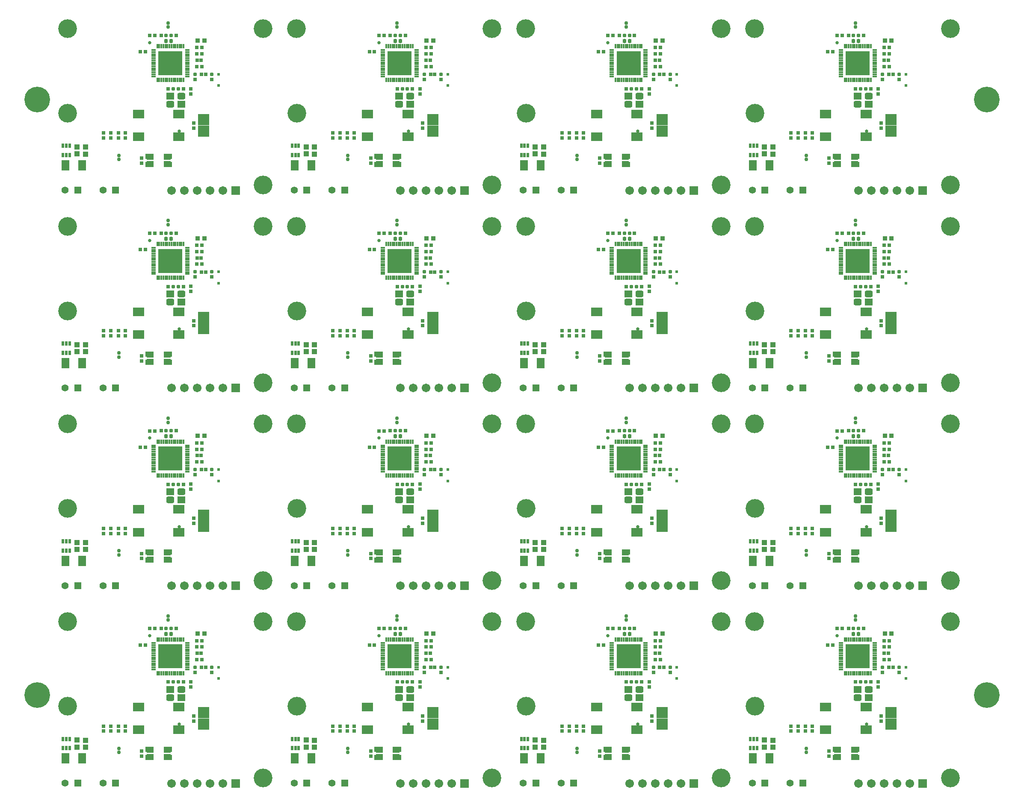
<source format=gts>
G04*
G04 #@! TF.GenerationSoftware,Altium Limited,Altium Designer,20.2.6 (244)*
G04*
G04 Layer_Color=8388736*
%FSLAX44Y44*%
%MOMM*%
G71*
G04*
G04 #@! TF.SameCoordinates,9645A69E-1417-4B4D-8682-0EA00A473316*
G04*
G04*
G04 #@! TF.FilePolarity,Negative*
G04*
G01*
G75*
%ADD61C,5.0800*%
%ADD62R,1.3032X1.1032*%
%ADD63R,1.3532X1.2532*%
%ADD64C,0.6032*%
G04:AMPARAMS|DCode=65|XSize=1.6032mm|YSize=1.3532mm|CornerRadius=0.3891mm|HoleSize=0mm|Usage=FLASHONLY|Rotation=180.000|XOffset=0mm|YOffset=0mm|HoleType=Round|Shape=RoundedRectangle|*
%AMROUNDEDRECTD65*
21,1,1.6032,0.5750,0,0,180.0*
21,1,0.8250,1.3532,0,0,180.0*
1,1,0.7782,-0.4125,0.2875*
1,1,0.7782,0.4125,0.2875*
1,1,0.7782,0.4125,-0.2875*
1,1,0.7782,-0.4125,-0.2875*
%
%ADD65ROUNDEDRECTD65*%
%ADD66R,1.6032X1.3532*%
%ADD67R,0.7032X0.7032*%
G04:AMPARAMS|DCode=68|XSize=0.7332mm|YSize=0.7532mm|CornerRadius=0.2341mm|HoleSize=0mm|Usage=FLASHONLY|Rotation=90.000|XOffset=0mm|YOffset=0mm|HoleType=Round|Shape=RoundedRectangle|*
%AMROUNDEDRECTD68*
21,1,0.7332,0.2850,0,0,90.0*
21,1,0.2650,0.7532,0,0,90.0*
1,1,0.4682,0.1425,0.1325*
1,1,0.4682,0.1425,-0.1325*
1,1,0.4682,-0.1425,-0.1325*
1,1,0.4682,-0.1425,0.1325*
%
%ADD68ROUNDEDRECTD68*%
%ADD69R,0.7032X0.7032*%
G04:AMPARAMS|DCode=70|XSize=0.7032mm|YSize=0.7032mm|CornerRadius=0.2266mm|HoleSize=0mm|Usage=FLASHONLY|Rotation=270.000|XOffset=0mm|YOffset=0mm|HoleType=Round|Shape=RoundedRectangle|*
%AMROUNDEDRECTD70*
21,1,0.7032,0.2500,0,0,270.0*
21,1,0.2500,0.7032,0,0,270.0*
1,1,0.4532,-0.1250,-0.1250*
1,1,0.4532,-0.1250,0.1250*
1,1,0.4532,0.1250,0.1250*
1,1,0.4532,0.1250,-0.1250*
%
%ADD70ROUNDEDRECTD70*%
%ADD71R,0.7532X0.7332*%
G04:AMPARAMS|DCode=72|XSize=0.7032mm|YSize=0.7032mm|CornerRadius=0.2266mm|HoleSize=0mm|Usage=FLASHONLY|Rotation=180.000|XOffset=0mm|YOffset=0mm|HoleType=Round|Shape=RoundedRectangle|*
%AMROUNDEDRECTD72*
21,1,0.7032,0.2500,0,0,180.0*
21,1,0.2500,0.7032,0,0,180.0*
1,1,0.4532,-0.1250,0.1250*
1,1,0.4532,0.1250,0.1250*
1,1,0.4532,0.1250,-0.1250*
1,1,0.4532,-0.1250,-0.1250*
%
%ADD72ROUNDEDRECTD72*%
G04:AMPARAMS|DCode=73|XSize=0.7032mm|YSize=0.8032mm|CornerRadius=0.2266mm|HoleSize=0mm|Usage=FLASHONLY|Rotation=180.000|XOffset=0mm|YOffset=0mm|HoleType=Round|Shape=RoundedRectangle|*
%AMROUNDEDRECTD73*
21,1,0.7032,0.3500,0,0,180.0*
21,1,0.2500,0.8032,0,0,180.0*
1,1,0.4532,-0.1250,0.1750*
1,1,0.4532,0.1250,0.1750*
1,1,0.4532,0.1250,-0.1750*
1,1,0.4532,-0.1250,-0.1750*
%
%ADD73ROUNDEDRECTD73*%
%ADD74R,0.7032X0.8032*%
%ADD75R,0.8032X0.7032*%
%ADD76R,0.4532X0.9032*%
%ADD77R,0.9032X0.4532*%
%ADD78R,4.8032X4.8032*%
%ADD79R,0.9652X0.9652*%
%ADD80R,2.2032X2.2032*%
%ADD81R,2.2032X1.7032*%
%ADD82R,0.5032X0.8632*%
%ADD83R,1.6032X2.1032*%
%ADD84R,1.1032X1.0132*%
%ADD85C,0.7532*%
%ADD86C,1.4032*%
%ADD87R,1.4032X1.4032*%
%ADD88C,1.7032*%
%ADD89R,1.7032X1.7032*%
%ADD90C,3.7032*%
%ADD91C,0.6602*%
D61*
X30000Y1380000D02*
D03*
Y200000D02*
D03*
X1910000D02*
D03*
Y1380000D02*
D03*
D62*
X290810Y75819D02*
D03*
X249810D02*
D03*
X290810Y91819D02*
D03*
X249810D02*
D03*
X744310Y75819D02*
D03*
X703310D02*
D03*
X744310Y91819D02*
D03*
X703310D02*
D03*
X1197810Y75819D02*
D03*
X1156810D02*
D03*
X1197810Y91819D02*
D03*
X1156810D02*
D03*
X1651310Y75819D02*
D03*
X1610310D02*
D03*
X1651310Y91819D02*
D03*
X1610310D02*
D03*
X290810Y467619D02*
D03*
X249810D02*
D03*
X290810Y483619D02*
D03*
X249810D02*
D03*
X744310Y467619D02*
D03*
X703310D02*
D03*
X744310Y483619D02*
D03*
X703310D02*
D03*
X1197810Y467619D02*
D03*
X1156810D02*
D03*
X1197810Y483619D02*
D03*
X1156810D02*
D03*
X1651310Y467619D02*
D03*
X1610310D02*
D03*
X1651310Y483619D02*
D03*
X1610310D02*
D03*
X290810Y859419D02*
D03*
X249810D02*
D03*
X290810Y875419D02*
D03*
X249810D02*
D03*
X744310Y859419D02*
D03*
X703310D02*
D03*
X744310Y875419D02*
D03*
X703310D02*
D03*
X1197810Y859419D02*
D03*
X1156810D02*
D03*
X1197810Y875419D02*
D03*
X1156810D02*
D03*
X1651310Y859419D02*
D03*
X1610310D02*
D03*
X1651310Y875419D02*
D03*
X1610310D02*
D03*
X290810Y1251219D02*
D03*
X249810D02*
D03*
X290810Y1267219D02*
D03*
X249810D02*
D03*
X744310Y1251219D02*
D03*
X703310D02*
D03*
X744310Y1267219D02*
D03*
X703310D02*
D03*
X1197810Y1251219D02*
D03*
X1156810D02*
D03*
X1197810Y1267219D02*
D03*
X1156810D02*
D03*
X1651310Y1251219D02*
D03*
X1610310D02*
D03*
X1651310Y1267219D02*
D03*
X1610310D02*
D03*
D63*
X287060Y76570D02*
D03*
X253560D02*
D03*
Y91070D02*
D03*
X287060D02*
D03*
X740560Y76570D02*
D03*
X707060D02*
D03*
Y91070D02*
D03*
X740560D02*
D03*
X1194060Y76570D02*
D03*
X1160560D02*
D03*
Y91070D02*
D03*
X1194060D02*
D03*
X1647560Y76570D02*
D03*
X1614060D02*
D03*
Y91070D02*
D03*
X1647560D02*
D03*
X287060Y468370D02*
D03*
X253560D02*
D03*
Y482870D02*
D03*
X287060D02*
D03*
X740560Y468370D02*
D03*
X707060D02*
D03*
Y482870D02*
D03*
X740560D02*
D03*
X1194060Y468370D02*
D03*
X1160560D02*
D03*
Y482870D02*
D03*
X1194060D02*
D03*
X1647560Y468370D02*
D03*
X1614060D02*
D03*
Y482870D02*
D03*
X1647560D02*
D03*
X287060Y860170D02*
D03*
X253560D02*
D03*
Y874670D02*
D03*
X287060D02*
D03*
X740560Y860170D02*
D03*
X707060D02*
D03*
Y874670D02*
D03*
X740560D02*
D03*
X1194060Y860170D02*
D03*
X1160560D02*
D03*
Y874670D02*
D03*
X1194060D02*
D03*
X1647560Y860170D02*
D03*
X1614060D02*
D03*
Y874670D02*
D03*
X1647560D02*
D03*
X287060Y1251970D02*
D03*
X253560D02*
D03*
Y1266470D02*
D03*
X287060D02*
D03*
X740560Y1251970D02*
D03*
X707060D02*
D03*
Y1266470D02*
D03*
X740560D02*
D03*
X1194060Y1251970D02*
D03*
X1160560D02*
D03*
Y1266470D02*
D03*
X1194060D02*
D03*
X1647560Y1251970D02*
D03*
X1614060D02*
D03*
Y1266470D02*
D03*
X1647560D02*
D03*
D64*
X389000Y232383D02*
D03*
Y254750D02*
D03*
X842500Y232383D02*
D03*
Y254750D02*
D03*
X1296000Y232383D02*
D03*
Y254750D02*
D03*
X1749500Y232383D02*
D03*
Y254750D02*
D03*
X389000Y624183D02*
D03*
Y646550D02*
D03*
X842500Y624183D02*
D03*
Y646550D02*
D03*
X1296000Y624183D02*
D03*
Y646550D02*
D03*
X1749500Y624183D02*
D03*
Y646550D02*
D03*
X389000Y1015983D02*
D03*
Y1038350D02*
D03*
X842500Y1015983D02*
D03*
Y1038350D02*
D03*
X1296000Y1015983D02*
D03*
Y1038350D02*
D03*
X1749500Y1015983D02*
D03*
Y1038350D02*
D03*
X389000Y1407783D02*
D03*
Y1430150D02*
D03*
X842500Y1407783D02*
D03*
Y1430150D02*
D03*
X1296000Y1407783D02*
D03*
Y1430150D02*
D03*
X1749500Y1407783D02*
D03*
Y1430150D02*
D03*
D65*
X315000Y211000D02*
D03*
X293000Y195000D02*
D03*
X768500Y211000D02*
D03*
X746500Y195000D02*
D03*
X1222000Y211000D02*
D03*
X1200000Y195000D02*
D03*
X1675500Y211000D02*
D03*
X1653500Y195000D02*
D03*
X315000Y602800D02*
D03*
X293000Y586800D02*
D03*
X768500Y602800D02*
D03*
X746500Y586800D02*
D03*
X1222000Y602800D02*
D03*
X1200000Y586800D02*
D03*
X1675500Y602800D02*
D03*
X1653500Y586800D02*
D03*
X315000Y994600D02*
D03*
X293000Y978600D02*
D03*
X768500Y994600D02*
D03*
X746500Y978600D02*
D03*
X1222000Y994600D02*
D03*
X1200000Y978600D02*
D03*
X1675500Y994600D02*
D03*
X1653500Y978600D02*
D03*
X315000Y1386400D02*
D03*
X293000Y1370400D02*
D03*
X768500Y1386400D02*
D03*
X746500Y1370400D02*
D03*
X1222000Y1386400D02*
D03*
X1200000Y1370400D02*
D03*
X1675500Y1386400D02*
D03*
X1653500Y1370400D02*
D03*
D66*
X293000Y211000D02*
D03*
X315000Y195000D02*
D03*
X746500Y211000D02*
D03*
X768500Y195000D02*
D03*
X1200000Y211000D02*
D03*
X1222000Y195000D02*
D03*
X1653500Y211000D02*
D03*
X1675500Y195000D02*
D03*
X293000Y602800D02*
D03*
X315000Y586800D02*
D03*
X746500Y602800D02*
D03*
X768500Y586800D02*
D03*
X1200000Y602800D02*
D03*
X1222000Y586800D02*
D03*
X1653500Y602800D02*
D03*
X1675500Y586800D02*
D03*
X293000Y994600D02*
D03*
X315000Y978600D02*
D03*
X746500Y994600D02*
D03*
X768500Y978600D02*
D03*
X1200000Y994600D02*
D03*
X1222000Y978600D02*
D03*
X1653500Y994600D02*
D03*
X1675500Y978600D02*
D03*
X293000Y1386400D02*
D03*
X315000Y1370400D02*
D03*
X746500Y1386400D02*
D03*
X768500Y1370400D02*
D03*
X1200000Y1386400D02*
D03*
X1222000Y1370400D02*
D03*
X1653500Y1386400D02*
D03*
X1675500Y1370400D02*
D03*
D67*
X346189Y295084D02*
D03*
X356189D02*
D03*
X346189Y270192D02*
D03*
X356189D02*
D03*
X275250Y331750D02*
D03*
X305250Y331750D02*
D03*
X244000Y299000D02*
D03*
X234000D02*
D03*
X356189Y307530D02*
D03*
X346189D02*
D03*
X319250Y225750D02*
D03*
X289250Y225750D02*
D03*
X799689Y295084D02*
D03*
X809689D02*
D03*
X799689Y270192D02*
D03*
X809689D02*
D03*
X728750Y331750D02*
D03*
X758750Y331750D02*
D03*
X697500Y299000D02*
D03*
X687500D02*
D03*
X809689Y307530D02*
D03*
X799689D02*
D03*
X772750Y225750D02*
D03*
X742750Y225750D02*
D03*
X1253189Y295084D02*
D03*
X1263189D02*
D03*
X1253189Y270192D02*
D03*
X1263189D02*
D03*
X1182250Y331750D02*
D03*
X1212250Y331750D02*
D03*
X1151000Y299000D02*
D03*
X1141000D02*
D03*
X1263189Y307530D02*
D03*
X1253189D02*
D03*
X1226250Y225750D02*
D03*
X1196250Y225750D02*
D03*
X1706689Y295084D02*
D03*
X1716689D02*
D03*
X1706689Y270192D02*
D03*
X1716689D02*
D03*
X1635750Y331750D02*
D03*
X1665750Y331750D02*
D03*
X1604500Y299000D02*
D03*
X1594500D02*
D03*
X1716689Y307530D02*
D03*
X1706689D02*
D03*
X1679750Y225750D02*
D03*
X1649750Y225750D02*
D03*
X346189Y686884D02*
D03*
X356189D02*
D03*
X346189Y661992D02*
D03*
X356189D02*
D03*
X275250Y723550D02*
D03*
X305250Y723550D02*
D03*
X244000Y690800D02*
D03*
X234000D02*
D03*
X356189Y699330D02*
D03*
X346189D02*
D03*
X319250Y617550D02*
D03*
X289250Y617550D02*
D03*
X799689Y686884D02*
D03*
X809689D02*
D03*
X799689Y661992D02*
D03*
X809689D02*
D03*
X728750Y723550D02*
D03*
X758750Y723550D02*
D03*
X697500Y690800D02*
D03*
X687500D02*
D03*
X809689Y699330D02*
D03*
X799689D02*
D03*
X772750Y617550D02*
D03*
X742750Y617550D02*
D03*
X1253189Y686884D02*
D03*
X1263189D02*
D03*
X1253189Y661992D02*
D03*
X1263189D02*
D03*
X1182250Y723550D02*
D03*
X1212250Y723550D02*
D03*
X1151000Y690800D02*
D03*
X1141000D02*
D03*
X1263189Y699330D02*
D03*
X1253189D02*
D03*
X1226250Y617550D02*
D03*
X1196250Y617550D02*
D03*
X1706689Y686884D02*
D03*
X1716689D02*
D03*
X1706689Y661992D02*
D03*
X1716689D02*
D03*
X1635750Y723550D02*
D03*
X1665750Y723550D02*
D03*
X1604500Y690800D02*
D03*
X1594500D02*
D03*
X1716689Y699330D02*
D03*
X1706689D02*
D03*
X1679750Y617550D02*
D03*
X1649750Y617550D02*
D03*
X346189Y1078684D02*
D03*
X356189D02*
D03*
X346189Y1053792D02*
D03*
X356189D02*
D03*
X275250Y1115350D02*
D03*
X305250Y1115350D02*
D03*
X244000Y1082600D02*
D03*
X234000D02*
D03*
X356189Y1091130D02*
D03*
X346189D02*
D03*
X319250Y1009350D02*
D03*
X289250Y1009350D02*
D03*
X799689Y1078684D02*
D03*
X809689D02*
D03*
X799689Y1053792D02*
D03*
X809689D02*
D03*
X728750Y1115350D02*
D03*
X758750Y1115350D02*
D03*
X697500Y1082600D02*
D03*
X687500D02*
D03*
X809689Y1091130D02*
D03*
X799689D02*
D03*
X772750Y1009350D02*
D03*
X742750Y1009350D02*
D03*
X1253189Y1078684D02*
D03*
X1263189D02*
D03*
X1253189Y1053792D02*
D03*
X1263189D02*
D03*
X1182250Y1115350D02*
D03*
X1212250Y1115350D02*
D03*
X1151000Y1082600D02*
D03*
X1141000D02*
D03*
X1263189Y1091130D02*
D03*
X1253189D02*
D03*
X1226250Y1009350D02*
D03*
X1196250Y1009350D02*
D03*
X1706689Y1078684D02*
D03*
X1716689D02*
D03*
X1706689Y1053792D02*
D03*
X1716689D02*
D03*
X1635750Y1115350D02*
D03*
X1665750Y1115350D02*
D03*
X1604500Y1082600D02*
D03*
X1594500D02*
D03*
X1716689Y1091130D02*
D03*
X1706689D02*
D03*
X1679750Y1009350D02*
D03*
X1649750Y1009350D02*
D03*
X346189Y1470484D02*
D03*
X356189D02*
D03*
X346189Y1445592D02*
D03*
X356189D02*
D03*
X275250Y1507150D02*
D03*
X305250Y1507150D02*
D03*
X244000Y1474400D02*
D03*
X234000D02*
D03*
X356189Y1482930D02*
D03*
X346189D02*
D03*
X319250Y1401150D02*
D03*
X289250Y1401150D02*
D03*
X799689Y1470484D02*
D03*
X809689D02*
D03*
X799689Y1445592D02*
D03*
X809689D02*
D03*
X728750Y1507150D02*
D03*
X758750Y1507150D02*
D03*
X697500Y1474400D02*
D03*
X687500D02*
D03*
X809689Y1482930D02*
D03*
X799689D02*
D03*
X772750Y1401150D02*
D03*
X742750Y1401150D02*
D03*
X1253189Y1470484D02*
D03*
X1263189D02*
D03*
X1253189Y1445592D02*
D03*
X1263189D02*
D03*
X1182250Y1507150D02*
D03*
X1212250Y1507150D02*
D03*
X1151000Y1474400D02*
D03*
X1141000D02*
D03*
X1263189Y1482930D02*
D03*
X1253189D02*
D03*
X1226250Y1401150D02*
D03*
X1196250Y1401150D02*
D03*
X1706689Y1470484D02*
D03*
X1716689D02*
D03*
X1706689Y1445592D02*
D03*
X1716689D02*
D03*
X1635750Y1507150D02*
D03*
X1665750Y1507150D02*
D03*
X1604500Y1474400D02*
D03*
X1594500D02*
D03*
X1716689Y1482930D02*
D03*
X1706689D02*
D03*
X1679750Y1401150D02*
D03*
X1649750Y1401150D02*
D03*
D68*
X363440Y254748D02*
D03*
X355060D02*
D03*
X816940D02*
D03*
X808560D02*
D03*
X1270440D02*
D03*
X1262060D02*
D03*
X1723940D02*
D03*
X1715560D02*
D03*
X363440Y646548D02*
D03*
X355060D02*
D03*
X816940D02*
D03*
X808560D02*
D03*
X1270440D02*
D03*
X1262060D02*
D03*
X1723940D02*
D03*
X1715560D02*
D03*
X363440Y1038348D02*
D03*
X355060D02*
D03*
X816940D02*
D03*
X808560D02*
D03*
X1270440D02*
D03*
X1262060D02*
D03*
X1723940D02*
D03*
X1715560D02*
D03*
X363440Y1430148D02*
D03*
X355060D02*
D03*
X816940D02*
D03*
X808560D02*
D03*
X1270440D02*
D03*
X1262060D02*
D03*
X1723940D02*
D03*
X1715560D02*
D03*
D69*
X342750Y244750D02*
D03*
X375750D02*
D03*
X334258Y215992D02*
D03*
Y225992D02*
D03*
X204018Y128249D02*
D03*
Y138249D02*
D03*
X339654Y148162D02*
D03*
Y158162D02*
D03*
X796250Y244750D02*
D03*
X829250D02*
D03*
X787758Y215992D02*
D03*
Y225992D02*
D03*
X657518Y128249D02*
D03*
Y138249D02*
D03*
X793154Y148162D02*
D03*
Y158162D02*
D03*
X1249750Y244750D02*
D03*
X1282750D02*
D03*
X1241258Y215992D02*
D03*
Y225992D02*
D03*
X1111018Y128249D02*
D03*
Y138249D02*
D03*
X1246654Y148162D02*
D03*
Y158162D02*
D03*
X1703250Y244750D02*
D03*
X1736250D02*
D03*
X1694758Y215992D02*
D03*
Y225992D02*
D03*
X1564518Y128249D02*
D03*
Y138249D02*
D03*
X1700154Y148162D02*
D03*
Y158162D02*
D03*
X342750Y636550D02*
D03*
X375750D02*
D03*
X334258Y607792D02*
D03*
Y617792D02*
D03*
X204018Y520049D02*
D03*
Y530049D02*
D03*
X339654Y539962D02*
D03*
Y549962D02*
D03*
X796250Y636550D02*
D03*
X829250D02*
D03*
X787758Y607792D02*
D03*
Y617792D02*
D03*
X657518Y520049D02*
D03*
Y530049D02*
D03*
X793154Y539962D02*
D03*
Y549962D02*
D03*
X1249750Y636550D02*
D03*
X1282750D02*
D03*
X1241258Y607792D02*
D03*
Y617792D02*
D03*
X1111018Y520049D02*
D03*
Y530049D02*
D03*
X1246654Y539962D02*
D03*
Y549962D02*
D03*
X1703250Y636550D02*
D03*
X1736250D02*
D03*
X1694758Y607792D02*
D03*
Y617792D02*
D03*
X1564518Y520049D02*
D03*
Y530049D02*
D03*
X1700154Y539962D02*
D03*
Y549962D02*
D03*
X342750Y1028350D02*
D03*
X375750D02*
D03*
X334258Y999592D02*
D03*
Y1009592D02*
D03*
X204018Y911849D02*
D03*
Y921849D02*
D03*
X339654Y931762D02*
D03*
Y941762D02*
D03*
X796250Y1028350D02*
D03*
X829250D02*
D03*
X787758Y999592D02*
D03*
Y1009592D02*
D03*
X657518Y911849D02*
D03*
Y921849D02*
D03*
X793154Y931762D02*
D03*
Y941762D02*
D03*
X1249750Y1028350D02*
D03*
X1282750D02*
D03*
X1241258Y999592D02*
D03*
Y1009592D02*
D03*
X1111018Y911849D02*
D03*
Y921849D02*
D03*
X1246654Y931762D02*
D03*
Y941762D02*
D03*
X1703250Y1028350D02*
D03*
X1736250D02*
D03*
X1694758Y999592D02*
D03*
Y1009592D02*
D03*
X1564518Y911849D02*
D03*
Y921849D02*
D03*
X1700154Y931762D02*
D03*
Y941762D02*
D03*
X342750Y1420150D02*
D03*
X375750D02*
D03*
X334258Y1391392D02*
D03*
Y1401392D02*
D03*
X204018Y1303649D02*
D03*
Y1313649D02*
D03*
X339654Y1323562D02*
D03*
Y1333562D02*
D03*
X796250Y1420150D02*
D03*
X829250D02*
D03*
X787758Y1391392D02*
D03*
Y1401392D02*
D03*
X657518Y1303649D02*
D03*
Y1313649D02*
D03*
X793154Y1323562D02*
D03*
Y1333562D02*
D03*
X1249750Y1420150D02*
D03*
X1282750D02*
D03*
X1241258Y1391392D02*
D03*
Y1401392D02*
D03*
X1111018Y1303649D02*
D03*
Y1313649D02*
D03*
X1246654Y1323562D02*
D03*
Y1333562D02*
D03*
X1703250Y1420150D02*
D03*
X1736250D02*
D03*
X1694758Y1391392D02*
D03*
Y1401392D02*
D03*
X1564518Y1303649D02*
D03*
Y1313649D02*
D03*
X1700154Y1323562D02*
D03*
Y1333562D02*
D03*
D70*
X342750Y254750D02*
D03*
X375750D02*
D03*
X796250D02*
D03*
X829250D02*
D03*
X1249750D02*
D03*
X1282750D02*
D03*
X1703250D02*
D03*
X1736250D02*
D03*
X342750Y646550D02*
D03*
X375750D02*
D03*
X796250D02*
D03*
X829250D02*
D03*
X1249750D02*
D03*
X1282750D02*
D03*
X1703250D02*
D03*
X1736250D02*
D03*
X342750Y1038350D02*
D03*
X375750D02*
D03*
X796250D02*
D03*
X829250D02*
D03*
X1249750D02*
D03*
X1282750D02*
D03*
X1703250D02*
D03*
X1736250D02*
D03*
X342750Y1430150D02*
D03*
X375750D02*
D03*
X796250D02*
D03*
X829250D02*
D03*
X1249750D02*
D03*
X1282750D02*
D03*
X1703250D02*
D03*
X1736250D02*
D03*
D71*
X354629Y282638D02*
D03*
X346249D02*
D03*
X808129D02*
D03*
X799749D02*
D03*
X1261629D02*
D03*
X1253249D02*
D03*
X1715129D02*
D03*
X1706749D02*
D03*
X354629Y674438D02*
D03*
X346249D02*
D03*
X808129D02*
D03*
X799749D02*
D03*
X1261629D02*
D03*
X1253249D02*
D03*
X1715129D02*
D03*
X1706749D02*
D03*
X354629Y1066238D02*
D03*
X346249D02*
D03*
X808129D02*
D03*
X799749D02*
D03*
X1261629D02*
D03*
X1253249D02*
D03*
X1715129D02*
D03*
X1706749D02*
D03*
X354629Y1458038D02*
D03*
X346249D02*
D03*
X808129D02*
D03*
X799749D02*
D03*
X1261629D02*
D03*
X1253249D02*
D03*
X1715129D02*
D03*
X1706749D02*
D03*
D72*
X285250Y331750D02*
D03*
X295250Y331750D02*
D03*
X309250Y225750D02*
D03*
X299250Y225750D02*
D03*
X738750Y331750D02*
D03*
X748750Y331750D02*
D03*
X762750Y225750D02*
D03*
X752750Y225750D02*
D03*
X1192250Y331750D02*
D03*
X1202250Y331750D02*
D03*
X1216250Y225750D02*
D03*
X1206250Y225750D02*
D03*
X1645750Y331750D02*
D03*
X1655750Y331750D02*
D03*
X1669750Y225750D02*
D03*
X1659750Y225750D02*
D03*
X285250Y723550D02*
D03*
X295250Y723550D02*
D03*
X309250Y617550D02*
D03*
X299250Y617550D02*
D03*
X738750Y723550D02*
D03*
X748750Y723550D02*
D03*
X762750Y617550D02*
D03*
X752750Y617550D02*
D03*
X1192250Y723550D02*
D03*
X1202250Y723550D02*
D03*
X1216250Y617550D02*
D03*
X1206250Y617550D02*
D03*
X1645750Y723550D02*
D03*
X1655750Y723550D02*
D03*
X1669750Y617550D02*
D03*
X1659750Y617550D02*
D03*
X285250Y1115350D02*
D03*
X295250Y1115350D02*
D03*
X309250Y1009350D02*
D03*
X299250Y1009350D02*
D03*
X738750Y1115350D02*
D03*
X748750Y1115350D02*
D03*
X762750Y1009350D02*
D03*
X752750Y1009350D02*
D03*
X1192250Y1115350D02*
D03*
X1202250Y1115350D02*
D03*
X1216250Y1009350D02*
D03*
X1206250Y1009350D02*
D03*
X1645750Y1115350D02*
D03*
X1655750Y1115350D02*
D03*
X1669750Y1009350D02*
D03*
X1659750Y1009350D02*
D03*
X285250Y1507150D02*
D03*
X295250Y1507150D02*
D03*
X309250Y1401150D02*
D03*
X299250Y1401150D02*
D03*
X738750Y1507150D02*
D03*
X748750Y1507150D02*
D03*
X762750Y1401150D02*
D03*
X752750Y1401150D02*
D03*
X1192250Y1507150D02*
D03*
X1202250Y1507150D02*
D03*
X1216250Y1401150D02*
D03*
X1206250Y1401150D02*
D03*
X1645750Y1507150D02*
D03*
X1655750Y1507150D02*
D03*
X1669750Y1401150D02*
D03*
X1659750Y1401150D02*
D03*
D73*
X295250Y320750D02*
D03*
X285250D02*
D03*
X748750D02*
D03*
X738750D02*
D03*
X1202250D02*
D03*
X1192250D02*
D03*
X1655750D02*
D03*
X1645750D02*
D03*
X295250Y712550D02*
D03*
X285250D02*
D03*
X748750D02*
D03*
X738750D02*
D03*
X1202250D02*
D03*
X1192250D02*
D03*
X1655750D02*
D03*
X1645750D02*
D03*
X295250Y1104350D02*
D03*
X285250D02*
D03*
X748750D02*
D03*
X738750D02*
D03*
X1202250D02*
D03*
X1192250D02*
D03*
X1655750D02*
D03*
X1645750D02*
D03*
X295250Y1496150D02*
D03*
X285250D02*
D03*
X748750D02*
D03*
X738750D02*
D03*
X1202250D02*
D03*
X1192250D02*
D03*
X1655750D02*
D03*
X1645750D02*
D03*
D74*
X252750Y331500D02*
D03*
X262750D02*
D03*
X706250D02*
D03*
X716250D02*
D03*
X1159750D02*
D03*
X1169750D02*
D03*
X1613250D02*
D03*
X1623250D02*
D03*
X252750Y723300D02*
D03*
X262750D02*
D03*
X706250D02*
D03*
X716250D02*
D03*
X1159750D02*
D03*
X1169750D02*
D03*
X1613250D02*
D03*
X1623250D02*
D03*
X252750Y1115100D02*
D03*
X262750D02*
D03*
X706250D02*
D03*
X716250D02*
D03*
X1159750D02*
D03*
X1169750D02*
D03*
X1613250D02*
D03*
X1623250D02*
D03*
X252750Y1506900D02*
D03*
X262750D02*
D03*
X706250D02*
D03*
X716250D02*
D03*
X1159750D02*
D03*
X1169750D02*
D03*
X1613250D02*
D03*
X1623250D02*
D03*
D75*
X161500Y128250D02*
D03*
Y138250D02*
D03*
X176006Y128250D02*
D03*
Y138250D02*
D03*
X190511Y138250D02*
D03*
Y128250D02*
D03*
X236750Y78500D02*
D03*
Y88500D02*
D03*
X615000Y128250D02*
D03*
Y138250D02*
D03*
X629506Y128250D02*
D03*
Y138250D02*
D03*
X644011Y138250D02*
D03*
Y128250D02*
D03*
X690250Y78500D02*
D03*
Y88500D02*
D03*
X1068500Y128250D02*
D03*
Y138250D02*
D03*
X1083006Y128250D02*
D03*
Y138250D02*
D03*
X1097511Y138250D02*
D03*
Y128250D02*
D03*
X1143750Y78500D02*
D03*
Y88500D02*
D03*
X1522000Y128250D02*
D03*
Y138250D02*
D03*
X1536506Y128250D02*
D03*
Y138250D02*
D03*
X1551011Y138250D02*
D03*
Y128250D02*
D03*
X1597250Y78500D02*
D03*
Y88500D02*
D03*
X161500Y520050D02*
D03*
Y530050D02*
D03*
X176006Y520050D02*
D03*
Y530050D02*
D03*
X190511Y530050D02*
D03*
Y520050D02*
D03*
X236750Y470300D02*
D03*
Y480300D02*
D03*
X615000Y520050D02*
D03*
Y530050D02*
D03*
X629506Y520050D02*
D03*
Y530050D02*
D03*
X644011Y530050D02*
D03*
Y520050D02*
D03*
X690250Y470300D02*
D03*
Y480300D02*
D03*
X1068500Y520050D02*
D03*
Y530050D02*
D03*
X1083006Y520050D02*
D03*
Y530050D02*
D03*
X1097511Y530050D02*
D03*
Y520050D02*
D03*
X1143750Y470300D02*
D03*
Y480300D02*
D03*
X1522000Y520050D02*
D03*
Y530050D02*
D03*
X1536506Y520050D02*
D03*
Y530050D02*
D03*
X1551011Y530050D02*
D03*
Y520050D02*
D03*
X1597250Y470300D02*
D03*
Y480300D02*
D03*
X161500Y911850D02*
D03*
Y921850D02*
D03*
X176006Y911850D02*
D03*
Y921850D02*
D03*
X190511Y921850D02*
D03*
Y911850D02*
D03*
X236750Y862100D02*
D03*
Y872100D02*
D03*
X615000Y911850D02*
D03*
Y921850D02*
D03*
X629506Y911850D02*
D03*
Y921850D02*
D03*
X644011Y921850D02*
D03*
Y911850D02*
D03*
X690250Y862100D02*
D03*
Y872100D02*
D03*
X1068500Y911850D02*
D03*
Y921850D02*
D03*
X1083006Y911850D02*
D03*
Y921850D02*
D03*
X1097511Y921850D02*
D03*
Y911850D02*
D03*
X1143750Y862100D02*
D03*
Y872100D02*
D03*
X1522000Y911850D02*
D03*
Y921850D02*
D03*
X1536506Y911850D02*
D03*
Y921850D02*
D03*
X1551011Y921850D02*
D03*
Y911850D02*
D03*
X1597250Y862100D02*
D03*
Y872100D02*
D03*
X161500Y1303650D02*
D03*
Y1313650D02*
D03*
X176006Y1303650D02*
D03*
Y1313650D02*
D03*
X190511Y1313650D02*
D03*
Y1303650D02*
D03*
X236750Y1253900D02*
D03*
Y1263900D02*
D03*
X615000Y1303650D02*
D03*
Y1313650D02*
D03*
X629506Y1303650D02*
D03*
Y1313650D02*
D03*
X644011Y1313650D02*
D03*
Y1303650D02*
D03*
X690250Y1253900D02*
D03*
Y1263900D02*
D03*
X1068500Y1303650D02*
D03*
Y1313650D02*
D03*
X1083006Y1303650D02*
D03*
Y1313650D02*
D03*
X1097511Y1313650D02*
D03*
Y1303650D02*
D03*
X1143750Y1253900D02*
D03*
Y1263900D02*
D03*
X1522000Y1303650D02*
D03*
Y1313650D02*
D03*
X1536506Y1303650D02*
D03*
Y1313650D02*
D03*
X1551011Y1313650D02*
D03*
Y1303650D02*
D03*
X1597250Y1253900D02*
D03*
Y1263900D02*
D03*
D76*
X319680Y243106D02*
D03*
X315680D02*
D03*
X311680D02*
D03*
X307680D02*
D03*
X303680D02*
D03*
X299680D02*
D03*
X295680D02*
D03*
X291680D02*
D03*
X287680D02*
D03*
X283680D02*
D03*
X279680D02*
D03*
X275680D02*
D03*
X271680D02*
D03*
X267680D02*
D03*
Y310106D02*
D03*
X271680D02*
D03*
X275680D02*
D03*
X279680D02*
D03*
X283680D02*
D03*
X287680D02*
D03*
X291680D02*
D03*
X295680D02*
D03*
X299680D02*
D03*
X303680D02*
D03*
X307680D02*
D03*
X311680D02*
D03*
X315680D02*
D03*
X319680D02*
D03*
X773180Y243106D02*
D03*
X769180D02*
D03*
X765180D02*
D03*
X761180D02*
D03*
X757180D02*
D03*
X753180D02*
D03*
X749180D02*
D03*
X745180D02*
D03*
X741180D02*
D03*
X737180D02*
D03*
X733180D02*
D03*
X729180D02*
D03*
X725180D02*
D03*
X721180D02*
D03*
Y310106D02*
D03*
X725180D02*
D03*
X729180D02*
D03*
X733180D02*
D03*
X737180D02*
D03*
X741180D02*
D03*
X745180D02*
D03*
X749180D02*
D03*
X753180D02*
D03*
X757180D02*
D03*
X761180D02*
D03*
X765180D02*
D03*
X769180D02*
D03*
X773180D02*
D03*
X1226680Y243106D02*
D03*
X1222680D02*
D03*
X1218680D02*
D03*
X1214680D02*
D03*
X1210680D02*
D03*
X1206680D02*
D03*
X1202680D02*
D03*
X1198680D02*
D03*
X1194680D02*
D03*
X1190680D02*
D03*
X1186680D02*
D03*
X1182680D02*
D03*
X1178680D02*
D03*
X1174680D02*
D03*
Y310106D02*
D03*
X1178680D02*
D03*
X1182680D02*
D03*
X1186680D02*
D03*
X1190680D02*
D03*
X1194680D02*
D03*
X1198680D02*
D03*
X1202680D02*
D03*
X1206680D02*
D03*
X1210680D02*
D03*
X1214680D02*
D03*
X1218680D02*
D03*
X1222680D02*
D03*
X1226680D02*
D03*
X1680180Y243106D02*
D03*
X1676180D02*
D03*
X1672180D02*
D03*
X1668180D02*
D03*
X1664180D02*
D03*
X1660180D02*
D03*
X1656180D02*
D03*
X1652180D02*
D03*
X1648180D02*
D03*
X1644180D02*
D03*
X1640180D02*
D03*
X1636180D02*
D03*
X1632180D02*
D03*
X1628180D02*
D03*
Y310106D02*
D03*
X1632180D02*
D03*
X1636180D02*
D03*
X1640180D02*
D03*
X1644180D02*
D03*
X1648180D02*
D03*
X1652180D02*
D03*
X1656180D02*
D03*
X1660180D02*
D03*
X1664180D02*
D03*
X1668180D02*
D03*
X1672180D02*
D03*
X1676180D02*
D03*
X1680180D02*
D03*
X319680Y634906D02*
D03*
X315680D02*
D03*
X311680D02*
D03*
X307680D02*
D03*
X303680D02*
D03*
X299680D02*
D03*
X295680D02*
D03*
X291680D02*
D03*
X287680D02*
D03*
X283680D02*
D03*
X279680D02*
D03*
X275680D02*
D03*
X271680D02*
D03*
X267680D02*
D03*
Y701906D02*
D03*
X271680D02*
D03*
X275680D02*
D03*
X279680D02*
D03*
X283680D02*
D03*
X287680D02*
D03*
X291680D02*
D03*
X295680D02*
D03*
X299680D02*
D03*
X303680D02*
D03*
X307680D02*
D03*
X311680D02*
D03*
X315680D02*
D03*
X319680D02*
D03*
X773180Y634906D02*
D03*
X769180D02*
D03*
X765180D02*
D03*
X761180D02*
D03*
X757180D02*
D03*
X753180D02*
D03*
X749180D02*
D03*
X745180D02*
D03*
X741180D02*
D03*
X737180D02*
D03*
X733180D02*
D03*
X729180D02*
D03*
X725180D02*
D03*
X721180D02*
D03*
Y701906D02*
D03*
X725180D02*
D03*
X729180D02*
D03*
X733180D02*
D03*
X737180D02*
D03*
X741180D02*
D03*
X745180D02*
D03*
X749180D02*
D03*
X753180D02*
D03*
X757180D02*
D03*
X761180D02*
D03*
X765180D02*
D03*
X769180D02*
D03*
X773180D02*
D03*
X1226680Y634906D02*
D03*
X1222680D02*
D03*
X1218680D02*
D03*
X1214680D02*
D03*
X1210680D02*
D03*
X1206680D02*
D03*
X1202680D02*
D03*
X1198680D02*
D03*
X1194680D02*
D03*
X1190680D02*
D03*
X1186680D02*
D03*
X1182680D02*
D03*
X1178680D02*
D03*
X1174680D02*
D03*
Y701906D02*
D03*
X1178680D02*
D03*
X1182680D02*
D03*
X1186680D02*
D03*
X1190680D02*
D03*
X1194680D02*
D03*
X1198680D02*
D03*
X1202680D02*
D03*
X1206680D02*
D03*
X1210680D02*
D03*
X1214680D02*
D03*
X1218680D02*
D03*
X1222680D02*
D03*
X1226680D02*
D03*
X1680180Y634906D02*
D03*
X1676180D02*
D03*
X1672180D02*
D03*
X1668180D02*
D03*
X1664180D02*
D03*
X1660180D02*
D03*
X1656180D02*
D03*
X1652180D02*
D03*
X1648180D02*
D03*
X1644180D02*
D03*
X1640180D02*
D03*
X1636180D02*
D03*
X1632180D02*
D03*
X1628180D02*
D03*
Y701906D02*
D03*
X1632180D02*
D03*
X1636180D02*
D03*
X1640180D02*
D03*
X1644180D02*
D03*
X1648180D02*
D03*
X1652180D02*
D03*
X1656180D02*
D03*
X1660180D02*
D03*
X1664180D02*
D03*
X1668180D02*
D03*
X1672180D02*
D03*
X1676180D02*
D03*
X1680180D02*
D03*
X319680Y1026706D02*
D03*
X315680D02*
D03*
X311680D02*
D03*
X307680D02*
D03*
X303680D02*
D03*
X299680D02*
D03*
X295680D02*
D03*
X291680D02*
D03*
X287680D02*
D03*
X283680D02*
D03*
X279680D02*
D03*
X275680D02*
D03*
X271680D02*
D03*
X267680D02*
D03*
Y1093706D02*
D03*
X271680D02*
D03*
X275680D02*
D03*
X279680D02*
D03*
X283680D02*
D03*
X287680D02*
D03*
X291680D02*
D03*
X295680D02*
D03*
X299680D02*
D03*
X303680D02*
D03*
X307680D02*
D03*
X311680D02*
D03*
X315680D02*
D03*
X319680D02*
D03*
X773180Y1026706D02*
D03*
X769180D02*
D03*
X765180D02*
D03*
X761180D02*
D03*
X757180D02*
D03*
X753180D02*
D03*
X749180D02*
D03*
X745180D02*
D03*
X741180D02*
D03*
X737180D02*
D03*
X733180D02*
D03*
X729180D02*
D03*
X725180D02*
D03*
X721180D02*
D03*
Y1093706D02*
D03*
X725180D02*
D03*
X729180D02*
D03*
X733180D02*
D03*
X737180D02*
D03*
X741180D02*
D03*
X745180D02*
D03*
X749180D02*
D03*
X753180D02*
D03*
X757180D02*
D03*
X761180D02*
D03*
X765180D02*
D03*
X769180D02*
D03*
X773180D02*
D03*
X1226680Y1026706D02*
D03*
X1222680D02*
D03*
X1218680D02*
D03*
X1214680D02*
D03*
X1210680D02*
D03*
X1206680D02*
D03*
X1202680D02*
D03*
X1198680D02*
D03*
X1194680D02*
D03*
X1190680D02*
D03*
X1186680D02*
D03*
X1182680D02*
D03*
X1178680D02*
D03*
X1174680D02*
D03*
Y1093706D02*
D03*
X1178680D02*
D03*
X1182680D02*
D03*
X1186680D02*
D03*
X1190680D02*
D03*
X1194680D02*
D03*
X1198680D02*
D03*
X1202680D02*
D03*
X1206680D02*
D03*
X1210680D02*
D03*
X1214680D02*
D03*
X1218680D02*
D03*
X1222680D02*
D03*
X1226680D02*
D03*
X1680180Y1026706D02*
D03*
X1676180D02*
D03*
X1672180D02*
D03*
X1668180D02*
D03*
X1664180D02*
D03*
X1660180D02*
D03*
X1656180D02*
D03*
X1652180D02*
D03*
X1648180D02*
D03*
X1644180D02*
D03*
X1640180D02*
D03*
X1636180D02*
D03*
X1632180D02*
D03*
X1628180D02*
D03*
Y1093706D02*
D03*
X1632180D02*
D03*
X1636180D02*
D03*
X1640180D02*
D03*
X1644180D02*
D03*
X1648180D02*
D03*
X1652180D02*
D03*
X1656180D02*
D03*
X1660180D02*
D03*
X1664180D02*
D03*
X1668180D02*
D03*
X1672180D02*
D03*
X1676180D02*
D03*
X1680180D02*
D03*
X319680Y1418506D02*
D03*
X315680D02*
D03*
X311680D02*
D03*
X307680D02*
D03*
X303680D02*
D03*
X299680D02*
D03*
X295680D02*
D03*
X291680D02*
D03*
X287680D02*
D03*
X283680D02*
D03*
X279680D02*
D03*
X275680D02*
D03*
X271680D02*
D03*
X267680D02*
D03*
Y1485506D02*
D03*
X271680D02*
D03*
X275680D02*
D03*
X279680D02*
D03*
X283680D02*
D03*
X287680D02*
D03*
X291680D02*
D03*
X295680D02*
D03*
X299680D02*
D03*
X303680D02*
D03*
X307680D02*
D03*
X311680D02*
D03*
X315680D02*
D03*
X319680D02*
D03*
X773180Y1418506D02*
D03*
X769180D02*
D03*
X765180D02*
D03*
X761180D02*
D03*
X757180D02*
D03*
X753180D02*
D03*
X749180D02*
D03*
X745180D02*
D03*
X741180D02*
D03*
X737180D02*
D03*
X733180D02*
D03*
X729180D02*
D03*
X725180D02*
D03*
X721180D02*
D03*
Y1485506D02*
D03*
X725180D02*
D03*
X729180D02*
D03*
X733180D02*
D03*
X737180D02*
D03*
X741180D02*
D03*
X745180D02*
D03*
X749180D02*
D03*
X753180D02*
D03*
X757180D02*
D03*
X761180D02*
D03*
X765180D02*
D03*
X769180D02*
D03*
X773180D02*
D03*
X1226680Y1418506D02*
D03*
X1222680D02*
D03*
X1218680D02*
D03*
X1214680D02*
D03*
X1210680D02*
D03*
X1206680D02*
D03*
X1202680D02*
D03*
X1198680D02*
D03*
X1194680D02*
D03*
X1190680D02*
D03*
X1186680D02*
D03*
X1182680D02*
D03*
X1178680D02*
D03*
X1174680D02*
D03*
Y1485506D02*
D03*
X1178680D02*
D03*
X1182680D02*
D03*
X1186680D02*
D03*
X1190680D02*
D03*
X1194680D02*
D03*
X1198680D02*
D03*
X1202680D02*
D03*
X1206680D02*
D03*
X1210680D02*
D03*
X1214680D02*
D03*
X1218680D02*
D03*
X1222680D02*
D03*
X1226680D02*
D03*
X1680180Y1418506D02*
D03*
X1676180D02*
D03*
X1672180D02*
D03*
X1668180D02*
D03*
X1664180D02*
D03*
X1660180D02*
D03*
X1656180D02*
D03*
X1652180D02*
D03*
X1648180D02*
D03*
X1644180D02*
D03*
X1640180D02*
D03*
X1636180D02*
D03*
X1632180D02*
D03*
X1628180D02*
D03*
Y1485506D02*
D03*
X1632180D02*
D03*
X1636180D02*
D03*
X1640180D02*
D03*
X1644180D02*
D03*
X1648180D02*
D03*
X1652180D02*
D03*
X1656180D02*
D03*
X1660180D02*
D03*
X1664180D02*
D03*
X1668180D02*
D03*
X1672180D02*
D03*
X1676180D02*
D03*
X1680180D02*
D03*
D77*
X260180Y250606D02*
D03*
Y254606D02*
D03*
Y258606D02*
D03*
Y262606D02*
D03*
Y266606D02*
D03*
Y270606D02*
D03*
Y274606D02*
D03*
Y278606D02*
D03*
Y282606D02*
D03*
Y286606D02*
D03*
Y290606D02*
D03*
Y294606D02*
D03*
Y298606D02*
D03*
Y302606D02*
D03*
X327180D02*
D03*
Y298606D02*
D03*
Y294606D02*
D03*
Y290606D02*
D03*
Y286606D02*
D03*
Y282606D02*
D03*
Y278606D02*
D03*
Y274606D02*
D03*
Y270606D02*
D03*
Y266606D02*
D03*
Y262606D02*
D03*
Y258606D02*
D03*
Y254606D02*
D03*
Y250606D02*
D03*
X713680D02*
D03*
Y254606D02*
D03*
Y258606D02*
D03*
Y262606D02*
D03*
Y266606D02*
D03*
Y270606D02*
D03*
Y274606D02*
D03*
Y278606D02*
D03*
Y282606D02*
D03*
Y286606D02*
D03*
Y290606D02*
D03*
Y294606D02*
D03*
Y298606D02*
D03*
Y302606D02*
D03*
X780680D02*
D03*
Y298606D02*
D03*
Y294606D02*
D03*
Y290606D02*
D03*
Y286606D02*
D03*
Y282606D02*
D03*
Y278606D02*
D03*
Y274606D02*
D03*
Y270606D02*
D03*
Y266606D02*
D03*
Y262606D02*
D03*
Y258606D02*
D03*
Y254606D02*
D03*
Y250606D02*
D03*
X1167180D02*
D03*
Y254606D02*
D03*
Y258606D02*
D03*
Y262606D02*
D03*
Y266606D02*
D03*
Y270606D02*
D03*
Y274606D02*
D03*
Y278606D02*
D03*
Y282606D02*
D03*
Y286606D02*
D03*
Y290606D02*
D03*
Y294606D02*
D03*
Y298606D02*
D03*
Y302606D02*
D03*
X1234180D02*
D03*
Y298606D02*
D03*
Y294606D02*
D03*
Y290606D02*
D03*
Y286606D02*
D03*
Y282606D02*
D03*
Y278606D02*
D03*
Y274606D02*
D03*
Y270606D02*
D03*
Y266606D02*
D03*
Y262606D02*
D03*
Y258606D02*
D03*
Y254606D02*
D03*
Y250606D02*
D03*
X1620680D02*
D03*
Y254606D02*
D03*
Y258606D02*
D03*
Y262606D02*
D03*
Y266606D02*
D03*
Y270606D02*
D03*
Y274606D02*
D03*
Y278606D02*
D03*
Y282606D02*
D03*
Y286606D02*
D03*
Y290606D02*
D03*
Y294606D02*
D03*
Y298606D02*
D03*
Y302606D02*
D03*
X1687680D02*
D03*
Y298606D02*
D03*
Y294606D02*
D03*
Y290606D02*
D03*
Y286606D02*
D03*
Y282606D02*
D03*
Y278606D02*
D03*
Y274606D02*
D03*
Y270606D02*
D03*
Y266606D02*
D03*
Y262606D02*
D03*
Y258606D02*
D03*
Y254606D02*
D03*
Y250606D02*
D03*
X260180Y642406D02*
D03*
Y646406D02*
D03*
Y650406D02*
D03*
Y654406D02*
D03*
Y658406D02*
D03*
Y662406D02*
D03*
Y666406D02*
D03*
Y670406D02*
D03*
Y674406D02*
D03*
Y678406D02*
D03*
Y682406D02*
D03*
Y686406D02*
D03*
Y690406D02*
D03*
Y694406D02*
D03*
X327180D02*
D03*
Y690406D02*
D03*
Y686406D02*
D03*
Y682406D02*
D03*
Y678406D02*
D03*
Y674406D02*
D03*
Y670406D02*
D03*
Y666406D02*
D03*
Y662406D02*
D03*
Y658406D02*
D03*
Y654406D02*
D03*
Y650406D02*
D03*
Y646406D02*
D03*
Y642406D02*
D03*
X713680D02*
D03*
Y646406D02*
D03*
Y650406D02*
D03*
Y654406D02*
D03*
Y658406D02*
D03*
Y662406D02*
D03*
Y666406D02*
D03*
Y670406D02*
D03*
Y674406D02*
D03*
Y678406D02*
D03*
Y682406D02*
D03*
Y686406D02*
D03*
Y690406D02*
D03*
Y694406D02*
D03*
X780680D02*
D03*
Y690406D02*
D03*
Y686406D02*
D03*
Y682406D02*
D03*
Y678406D02*
D03*
Y674406D02*
D03*
Y670406D02*
D03*
Y666406D02*
D03*
Y662406D02*
D03*
Y658406D02*
D03*
Y654406D02*
D03*
Y650406D02*
D03*
Y646406D02*
D03*
Y642406D02*
D03*
X1167180D02*
D03*
Y646406D02*
D03*
Y650406D02*
D03*
Y654406D02*
D03*
Y658406D02*
D03*
Y662406D02*
D03*
Y666406D02*
D03*
Y670406D02*
D03*
Y674406D02*
D03*
Y678406D02*
D03*
Y682406D02*
D03*
Y686406D02*
D03*
Y690406D02*
D03*
Y694406D02*
D03*
X1234180D02*
D03*
Y690406D02*
D03*
Y686406D02*
D03*
Y682406D02*
D03*
Y678406D02*
D03*
Y674406D02*
D03*
Y670406D02*
D03*
Y666406D02*
D03*
Y662406D02*
D03*
Y658406D02*
D03*
Y654406D02*
D03*
Y650406D02*
D03*
Y646406D02*
D03*
Y642406D02*
D03*
X1620680D02*
D03*
Y646406D02*
D03*
Y650406D02*
D03*
Y654406D02*
D03*
Y658406D02*
D03*
Y662406D02*
D03*
Y666406D02*
D03*
Y670406D02*
D03*
Y674406D02*
D03*
Y678406D02*
D03*
Y682406D02*
D03*
Y686406D02*
D03*
Y690406D02*
D03*
Y694406D02*
D03*
X1687680D02*
D03*
Y690406D02*
D03*
Y686406D02*
D03*
Y682406D02*
D03*
Y678406D02*
D03*
Y674406D02*
D03*
Y670406D02*
D03*
Y666406D02*
D03*
Y662406D02*
D03*
Y658406D02*
D03*
Y654406D02*
D03*
Y650406D02*
D03*
Y646406D02*
D03*
Y642406D02*
D03*
X260180Y1034206D02*
D03*
Y1038206D02*
D03*
Y1042206D02*
D03*
Y1046206D02*
D03*
Y1050206D02*
D03*
Y1054206D02*
D03*
Y1058206D02*
D03*
Y1062206D02*
D03*
Y1066206D02*
D03*
Y1070206D02*
D03*
Y1074206D02*
D03*
Y1078206D02*
D03*
Y1082206D02*
D03*
Y1086206D02*
D03*
X327180D02*
D03*
Y1082206D02*
D03*
Y1078206D02*
D03*
Y1074206D02*
D03*
Y1070206D02*
D03*
Y1066206D02*
D03*
Y1062206D02*
D03*
Y1058206D02*
D03*
Y1054206D02*
D03*
Y1050206D02*
D03*
Y1046206D02*
D03*
Y1042206D02*
D03*
Y1038206D02*
D03*
Y1034206D02*
D03*
X713680D02*
D03*
Y1038206D02*
D03*
Y1042206D02*
D03*
Y1046206D02*
D03*
Y1050206D02*
D03*
Y1054206D02*
D03*
Y1058206D02*
D03*
Y1062206D02*
D03*
Y1066206D02*
D03*
Y1070206D02*
D03*
Y1074206D02*
D03*
Y1078206D02*
D03*
Y1082206D02*
D03*
Y1086206D02*
D03*
X780680D02*
D03*
Y1082206D02*
D03*
Y1078206D02*
D03*
Y1074206D02*
D03*
Y1070206D02*
D03*
Y1066206D02*
D03*
Y1062206D02*
D03*
Y1058206D02*
D03*
Y1054206D02*
D03*
Y1050206D02*
D03*
Y1046206D02*
D03*
Y1042206D02*
D03*
Y1038206D02*
D03*
Y1034206D02*
D03*
X1167180D02*
D03*
Y1038206D02*
D03*
Y1042206D02*
D03*
Y1046206D02*
D03*
Y1050206D02*
D03*
Y1054206D02*
D03*
Y1058206D02*
D03*
Y1062206D02*
D03*
Y1066206D02*
D03*
Y1070206D02*
D03*
Y1074206D02*
D03*
Y1078206D02*
D03*
Y1082206D02*
D03*
Y1086206D02*
D03*
X1234180D02*
D03*
Y1082206D02*
D03*
Y1078206D02*
D03*
Y1074206D02*
D03*
Y1070206D02*
D03*
Y1066206D02*
D03*
Y1062206D02*
D03*
Y1058206D02*
D03*
Y1054206D02*
D03*
Y1050206D02*
D03*
Y1046206D02*
D03*
Y1042206D02*
D03*
Y1038206D02*
D03*
Y1034206D02*
D03*
X1620680D02*
D03*
Y1038206D02*
D03*
Y1042206D02*
D03*
Y1046206D02*
D03*
Y1050206D02*
D03*
Y1054206D02*
D03*
Y1058206D02*
D03*
Y1062206D02*
D03*
Y1066206D02*
D03*
Y1070206D02*
D03*
Y1074206D02*
D03*
Y1078206D02*
D03*
Y1082206D02*
D03*
Y1086206D02*
D03*
X1687680D02*
D03*
Y1082206D02*
D03*
Y1078206D02*
D03*
Y1074206D02*
D03*
Y1070206D02*
D03*
Y1066206D02*
D03*
Y1062206D02*
D03*
Y1058206D02*
D03*
Y1054206D02*
D03*
Y1050206D02*
D03*
Y1046206D02*
D03*
Y1042206D02*
D03*
Y1038206D02*
D03*
Y1034206D02*
D03*
X260180Y1426006D02*
D03*
Y1430006D02*
D03*
Y1434006D02*
D03*
Y1438006D02*
D03*
Y1442006D02*
D03*
Y1446006D02*
D03*
Y1450006D02*
D03*
Y1454006D02*
D03*
Y1458006D02*
D03*
Y1462006D02*
D03*
Y1466006D02*
D03*
Y1470006D02*
D03*
Y1474006D02*
D03*
Y1478006D02*
D03*
X327180D02*
D03*
Y1474006D02*
D03*
Y1470006D02*
D03*
Y1466006D02*
D03*
Y1462006D02*
D03*
Y1458006D02*
D03*
Y1454006D02*
D03*
Y1450006D02*
D03*
Y1446006D02*
D03*
Y1442006D02*
D03*
Y1438006D02*
D03*
Y1434006D02*
D03*
Y1430006D02*
D03*
Y1426006D02*
D03*
X713680D02*
D03*
Y1430006D02*
D03*
Y1434006D02*
D03*
Y1438006D02*
D03*
Y1442006D02*
D03*
Y1446006D02*
D03*
Y1450006D02*
D03*
Y1454006D02*
D03*
Y1458006D02*
D03*
Y1462006D02*
D03*
Y1466006D02*
D03*
Y1470006D02*
D03*
Y1474006D02*
D03*
Y1478006D02*
D03*
X780680D02*
D03*
Y1474006D02*
D03*
Y1470006D02*
D03*
Y1466006D02*
D03*
Y1462006D02*
D03*
Y1458006D02*
D03*
Y1454006D02*
D03*
Y1450006D02*
D03*
Y1446006D02*
D03*
Y1442006D02*
D03*
Y1438006D02*
D03*
Y1434006D02*
D03*
Y1430006D02*
D03*
Y1426006D02*
D03*
X1167180D02*
D03*
Y1430006D02*
D03*
Y1434006D02*
D03*
Y1438006D02*
D03*
Y1442006D02*
D03*
Y1446006D02*
D03*
Y1450006D02*
D03*
Y1454006D02*
D03*
Y1458006D02*
D03*
Y1462006D02*
D03*
Y1466006D02*
D03*
Y1470006D02*
D03*
Y1474006D02*
D03*
Y1478006D02*
D03*
X1234180D02*
D03*
Y1474006D02*
D03*
Y1470006D02*
D03*
Y1466006D02*
D03*
Y1462006D02*
D03*
Y1458006D02*
D03*
Y1454006D02*
D03*
Y1450006D02*
D03*
Y1446006D02*
D03*
Y1442006D02*
D03*
Y1438006D02*
D03*
Y1434006D02*
D03*
Y1430006D02*
D03*
Y1426006D02*
D03*
X1620680D02*
D03*
Y1430006D02*
D03*
Y1434006D02*
D03*
Y1438006D02*
D03*
Y1442006D02*
D03*
Y1446006D02*
D03*
Y1450006D02*
D03*
Y1454006D02*
D03*
Y1458006D02*
D03*
Y1462006D02*
D03*
Y1466006D02*
D03*
Y1470006D02*
D03*
Y1474006D02*
D03*
Y1478006D02*
D03*
X1687680D02*
D03*
Y1474006D02*
D03*
Y1470006D02*
D03*
Y1466006D02*
D03*
Y1462006D02*
D03*
Y1458006D02*
D03*
Y1454006D02*
D03*
Y1450006D02*
D03*
Y1446006D02*
D03*
Y1442006D02*
D03*
Y1438006D02*
D03*
Y1434006D02*
D03*
Y1430006D02*
D03*
Y1426006D02*
D03*
D78*
X293682Y276608D02*
D03*
X747182D02*
D03*
X1200682D02*
D03*
X1654182D02*
D03*
X293682Y668408D02*
D03*
X747182D02*
D03*
X1200682D02*
D03*
X1654182D02*
D03*
X293682Y1060208D02*
D03*
X747182D02*
D03*
X1200682D02*
D03*
X1654182D02*
D03*
X293682Y1452008D02*
D03*
X747182D02*
D03*
X1200682D02*
D03*
X1654182D02*
D03*
D79*
X347330Y321500D02*
D03*
X360670D02*
D03*
X800830D02*
D03*
X814170D02*
D03*
X1254330D02*
D03*
X1267670D02*
D03*
X1707830D02*
D03*
X1721170D02*
D03*
X347330Y713300D02*
D03*
X360670D02*
D03*
X800830D02*
D03*
X814170D02*
D03*
X1254330D02*
D03*
X1267670D02*
D03*
X1707830D02*
D03*
X1721170D02*
D03*
X347330Y1105100D02*
D03*
X360670D02*
D03*
X800830D02*
D03*
X814170D02*
D03*
X1254330D02*
D03*
X1267670D02*
D03*
X1707830D02*
D03*
X1721170D02*
D03*
X347330Y1496900D02*
D03*
X360670D02*
D03*
X800830D02*
D03*
X814170D02*
D03*
X1254330D02*
D03*
X1267670D02*
D03*
X1707830D02*
D03*
X1721170D02*
D03*
D80*
X359720Y164666D02*
D03*
Y142166D02*
D03*
X813220Y164666D02*
D03*
Y142166D02*
D03*
X1266720Y164666D02*
D03*
Y142166D02*
D03*
X1720220Y164666D02*
D03*
Y142166D02*
D03*
X359720Y556466D02*
D03*
Y533966D02*
D03*
X813220Y556466D02*
D03*
Y533966D02*
D03*
X1266720Y556466D02*
D03*
Y533966D02*
D03*
X1720220Y556466D02*
D03*
Y533966D02*
D03*
X359720Y948266D02*
D03*
Y925766D02*
D03*
X813220Y948266D02*
D03*
Y925766D02*
D03*
X1266720Y948266D02*
D03*
Y925766D02*
D03*
X1720220Y948266D02*
D03*
Y925766D02*
D03*
X359720Y1340066D02*
D03*
Y1317566D02*
D03*
X813220Y1340066D02*
D03*
Y1317566D02*
D03*
X1266720Y1340066D02*
D03*
Y1317566D02*
D03*
X1720220Y1340066D02*
D03*
Y1317566D02*
D03*
D81*
X310312Y175916D02*
D03*
Y130916D02*
D03*
X230312D02*
D03*
Y175916D02*
D03*
X763812D02*
D03*
Y130916D02*
D03*
X683812D02*
D03*
Y175916D02*
D03*
X1217312D02*
D03*
Y130916D02*
D03*
X1137312D02*
D03*
Y175916D02*
D03*
X1670812D02*
D03*
Y130916D02*
D03*
X1590812D02*
D03*
Y175916D02*
D03*
X310312Y567716D02*
D03*
Y522716D02*
D03*
X230312D02*
D03*
Y567716D02*
D03*
X763812D02*
D03*
Y522716D02*
D03*
X683812D02*
D03*
Y567716D02*
D03*
X1217312D02*
D03*
Y522716D02*
D03*
X1137312D02*
D03*
Y567716D02*
D03*
X1670812D02*
D03*
Y522716D02*
D03*
X1590812D02*
D03*
Y567716D02*
D03*
X310312Y959516D02*
D03*
Y914516D02*
D03*
X230312D02*
D03*
Y959516D02*
D03*
X763812D02*
D03*
Y914516D02*
D03*
X683812D02*
D03*
Y959516D02*
D03*
X1217312D02*
D03*
Y914516D02*
D03*
X1137312D02*
D03*
Y959516D02*
D03*
X1670812D02*
D03*
Y914516D02*
D03*
X1590812D02*
D03*
Y959516D02*
D03*
X310312Y1351316D02*
D03*
Y1306316D02*
D03*
X230312D02*
D03*
Y1351316D02*
D03*
X763812D02*
D03*
Y1306316D02*
D03*
X683812D02*
D03*
Y1351316D02*
D03*
X1217312D02*
D03*
Y1306316D02*
D03*
X1137312D02*
D03*
Y1351316D02*
D03*
X1670812D02*
D03*
Y1306316D02*
D03*
X1590812D02*
D03*
Y1351316D02*
D03*
D82*
X81181Y94358D02*
D03*
X87681D02*
D03*
X94181D02*
D03*
Y112758D02*
D03*
X87681D02*
D03*
X81181D02*
D03*
X534681Y94358D02*
D03*
X541181D02*
D03*
X547681D02*
D03*
Y112758D02*
D03*
X541181D02*
D03*
X534681D02*
D03*
X988181Y94358D02*
D03*
X994681D02*
D03*
X1001181D02*
D03*
Y112758D02*
D03*
X994681D02*
D03*
X988181D02*
D03*
X1441681Y94358D02*
D03*
X1448181D02*
D03*
X1454681D02*
D03*
Y112758D02*
D03*
X1448181D02*
D03*
X1441681D02*
D03*
X81181Y486158D02*
D03*
X87681D02*
D03*
X94181D02*
D03*
Y504558D02*
D03*
X87681D02*
D03*
X81181D02*
D03*
X534681Y486158D02*
D03*
X541181D02*
D03*
X547681D02*
D03*
Y504558D02*
D03*
X541181D02*
D03*
X534681D02*
D03*
X988181Y486158D02*
D03*
X994681D02*
D03*
X1001181D02*
D03*
Y504558D02*
D03*
X994681D02*
D03*
X988181D02*
D03*
X1441681Y486158D02*
D03*
X1448181D02*
D03*
X1454681D02*
D03*
Y504558D02*
D03*
X1448181D02*
D03*
X1441681D02*
D03*
X81181Y877958D02*
D03*
X87681D02*
D03*
X94181D02*
D03*
Y896358D02*
D03*
X87681D02*
D03*
X81181D02*
D03*
X534681Y877958D02*
D03*
X541181D02*
D03*
X547681D02*
D03*
Y896358D02*
D03*
X541181D02*
D03*
X534681D02*
D03*
X988181Y877958D02*
D03*
X994681D02*
D03*
X1001181D02*
D03*
Y896358D02*
D03*
X994681D02*
D03*
X988181D02*
D03*
X1441681Y877958D02*
D03*
X1448181D02*
D03*
X1454681D02*
D03*
Y896358D02*
D03*
X1448181D02*
D03*
X1441681D02*
D03*
X81181Y1269758D02*
D03*
X87681D02*
D03*
X94181D02*
D03*
Y1288158D02*
D03*
X87681D02*
D03*
X81181D02*
D03*
X534681Y1269758D02*
D03*
X541181D02*
D03*
X547681D02*
D03*
Y1288158D02*
D03*
X541181D02*
D03*
X534681D02*
D03*
X988181Y1269758D02*
D03*
X994681D02*
D03*
X1001181D02*
D03*
Y1288158D02*
D03*
X994681D02*
D03*
X988181D02*
D03*
X1441681Y1269758D02*
D03*
X1448181D02*
D03*
X1454681D02*
D03*
Y1288158D02*
D03*
X1448181D02*
D03*
X1441681D02*
D03*
D83*
X86250Y74000D02*
D03*
X119250D02*
D03*
X539750D02*
D03*
X572750D02*
D03*
X993250D02*
D03*
X1026250D02*
D03*
X1446750D02*
D03*
X1479750D02*
D03*
X86250Y465800D02*
D03*
X119250D02*
D03*
X539750D02*
D03*
X572750D02*
D03*
X993250D02*
D03*
X1026250D02*
D03*
X1446750D02*
D03*
X1479750D02*
D03*
X86250Y857600D02*
D03*
X119250D02*
D03*
X539750D02*
D03*
X572750D02*
D03*
X993250D02*
D03*
X1026250D02*
D03*
X1446750D02*
D03*
X1479750D02*
D03*
X86250Y1249400D02*
D03*
X119250D02*
D03*
X539750D02*
D03*
X572750D02*
D03*
X993250D02*
D03*
X1026250D02*
D03*
X1446750D02*
D03*
X1479750D02*
D03*
D84*
X108895Y110568D02*
D03*
Y96668D02*
D03*
X125466Y110328D02*
D03*
Y96428D02*
D03*
X562395Y110568D02*
D03*
Y96668D02*
D03*
X578966Y110328D02*
D03*
Y96428D02*
D03*
X1015895Y110568D02*
D03*
Y96668D02*
D03*
X1032466Y110328D02*
D03*
Y96428D02*
D03*
X1469395Y110568D02*
D03*
Y96668D02*
D03*
X1485966Y110328D02*
D03*
Y96428D02*
D03*
X108895Y502368D02*
D03*
Y488468D02*
D03*
X125466Y502128D02*
D03*
Y488228D02*
D03*
X562395Y502368D02*
D03*
Y488468D02*
D03*
X578966Y502128D02*
D03*
Y488228D02*
D03*
X1015895Y502368D02*
D03*
Y488468D02*
D03*
X1032466Y502128D02*
D03*
Y488228D02*
D03*
X1469395Y502368D02*
D03*
Y488468D02*
D03*
X1485966Y502128D02*
D03*
Y488228D02*
D03*
X108895Y894168D02*
D03*
Y880268D02*
D03*
X125466Y893928D02*
D03*
Y880028D02*
D03*
X562395Y894168D02*
D03*
Y880268D02*
D03*
X578966Y893928D02*
D03*
Y880028D02*
D03*
X1015895Y894168D02*
D03*
Y880268D02*
D03*
X1032466Y893928D02*
D03*
Y880028D02*
D03*
X1469395Y894168D02*
D03*
Y880268D02*
D03*
X1485966Y893928D02*
D03*
Y880028D02*
D03*
X108895Y1285968D02*
D03*
Y1272068D02*
D03*
X125466Y1285728D02*
D03*
Y1271828D02*
D03*
X562395Y1285968D02*
D03*
Y1272068D02*
D03*
X578966Y1285728D02*
D03*
Y1271828D02*
D03*
X1015895Y1285968D02*
D03*
Y1272068D02*
D03*
X1032466Y1285728D02*
D03*
Y1271828D02*
D03*
X1469395Y1285968D02*
D03*
Y1272068D02*
D03*
X1485966Y1285728D02*
D03*
Y1271828D02*
D03*
D85*
X288750Y348500D02*
D03*
Y356500D02*
D03*
X191572Y93916D02*
D03*
Y85916D02*
D03*
X742250Y348500D02*
D03*
Y356500D02*
D03*
X645072Y93916D02*
D03*
Y85916D02*
D03*
X1195750Y348500D02*
D03*
Y356500D02*
D03*
X1098572Y93916D02*
D03*
Y85916D02*
D03*
X1649250Y348500D02*
D03*
Y356500D02*
D03*
X1552072Y93916D02*
D03*
Y85916D02*
D03*
X288750Y740300D02*
D03*
Y748300D02*
D03*
X191572Y485716D02*
D03*
Y477716D02*
D03*
X742250Y740300D02*
D03*
Y748300D02*
D03*
X645072Y485716D02*
D03*
Y477716D02*
D03*
X1195750Y740300D02*
D03*
Y748300D02*
D03*
X1098572Y485716D02*
D03*
Y477716D02*
D03*
X1649250Y740300D02*
D03*
Y748300D02*
D03*
X1552072Y485716D02*
D03*
Y477716D02*
D03*
X288750Y1132100D02*
D03*
Y1140100D02*
D03*
X191572Y877516D02*
D03*
Y869516D02*
D03*
X742250Y1132100D02*
D03*
Y1140100D02*
D03*
X645072Y877516D02*
D03*
Y869516D02*
D03*
X1195750Y1132100D02*
D03*
Y1140100D02*
D03*
X1098572Y877516D02*
D03*
Y869516D02*
D03*
X1649250Y1132100D02*
D03*
Y1140100D02*
D03*
X1552072Y877516D02*
D03*
Y869516D02*
D03*
X288750Y1523900D02*
D03*
Y1531900D02*
D03*
X191572Y1269316D02*
D03*
Y1261316D02*
D03*
X742250Y1523900D02*
D03*
Y1531900D02*
D03*
X645072Y1269316D02*
D03*
Y1261316D02*
D03*
X1195750Y1523900D02*
D03*
Y1531900D02*
D03*
X1098572Y1269316D02*
D03*
Y1261316D02*
D03*
X1649250Y1523900D02*
D03*
Y1531900D02*
D03*
X1552072Y1269316D02*
D03*
Y1261316D02*
D03*
D86*
X160000Y25000D02*
D03*
X85000D02*
D03*
X613500D02*
D03*
X538500D02*
D03*
X1067000D02*
D03*
X992000D02*
D03*
X1520500D02*
D03*
X1445500D02*
D03*
X160000Y416800D02*
D03*
X85000D02*
D03*
X613500D02*
D03*
X538500D02*
D03*
X1067000D02*
D03*
X992000D02*
D03*
X1520500D02*
D03*
X1445500D02*
D03*
X160000Y808600D02*
D03*
X85000D02*
D03*
X613500D02*
D03*
X538500D02*
D03*
X1067000D02*
D03*
X992000D02*
D03*
X1520500D02*
D03*
X1445500D02*
D03*
X160000Y1200400D02*
D03*
X85000D02*
D03*
X613500D02*
D03*
X538500D02*
D03*
X1067000D02*
D03*
X992000D02*
D03*
X1520500D02*
D03*
X1445500D02*
D03*
D87*
X185000Y25000D02*
D03*
X110000D02*
D03*
X638500D02*
D03*
X563500D02*
D03*
X1092000D02*
D03*
X1017000D02*
D03*
X1545500D02*
D03*
X1470500D02*
D03*
X185000Y416800D02*
D03*
X110000D02*
D03*
X638500D02*
D03*
X563500D02*
D03*
X1092000D02*
D03*
X1017000D02*
D03*
X1545500D02*
D03*
X1470500D02*
D03*
X185000Y808600D02*
D03*
X110000D02*
D03*
X638500D02*
D03*
X563500D02*
D03*
X1092000D02*
D03*
X1017000D02*
D03*
X1545500D02*
D03*
X1470500D02*
D03*
X185000Y1200400D02*
D03*
X110000D02*
D03*
X638500D02*
D03*
X563500D02*
D03*
X1092000D02*
D03*
X1017000D02*
D03*
X1545500D02*
D03*
X1470500D02*
D03*
D88*
X295500Y24502D02*
D03*
X397100D02*
D03*
X371700D02*
D03*
X346300D02*
D03*
X320900D02*
D03*
X749000D02*
D03*
X850600D02*
D03*
X825200D02*
D03*
X799800D02*
D03*
X774400D02*
D03*
X1202500D02*
D03*
X1304100D02*
D03*
X1278700D02*
D03*
X1253300D02*
D03*
X1227900D02*
D03*
X1656000D02*
D03*
X1757600D02*
D03*
X1732200D02*
D03*
X1706800D02*
D03*
X1681400D02*
D03*
X295500Y416302D02*
D03*
X397100D02*
D03*
X371700D02*
D03*
X346300D02*
D03*
X320900D02*
D03*
X749000D02*
D03*
X850600D02*
D03*
X825200D02*
D03*
X799800D02*
D03*
X774400D02*
D03*
X1202500D02*
D03*
X1304100D02*
D03*
X1278700D02*
D03*
X1253300D02*
D03*
X1227900D02*
D03*
X1656000D02*
D03*
X1757600D02*
D03*
X1732200D02*
D03*
X1706800D02*
D03*
X1681400D02*
D03*
X295500Y808102D02*
D03*
X397100D02*
D03*
X371700D02*
D03*
X346300D02*
D03*
X320900D02*
D03*
X749000D02*
D03*
X850600D02*
D03*
X825200D02*
D03*
X799800D02*
D03*
X774400D02*
D03*
X1202500D02*
D03*
X1304100D02*
D03*
X1278700D02*
D03*
X1253300D02*
D03*
X1227900D02*
D03*
X1656000D02*
D03*
X1757600D02*
D03*
X1732200D02*
D03*
X1706800D02*
D03*
X1681400D02*
D03*
X295500Y1199902D02*
D03*
X397100D02*
D03*
X371700D02*
D03*
X346300D02*
D03*
X320900D02*
D03*
X749000D02*
D03*
X850600D02*
D03*
X825200D02*
D03*
X799800D02*
D03*
X774400D02*
D03*
X1202500D02*
D03*
X1304100D02*
D03*
X1278700D02*
D03*
X1253300D02*
D03*
X1227900D02*
D03*
X1656000D02*
D03*
X1757600D02*
D03*
X1732200D02*
D03*
X1706800D02*
D03*
X1681400D02*
D03*
D89*
X422500Y24502D02*
D03*
X876000D02*
D03*
X1329500D02*
D03*
X1783000D02*
D03*
X422500Y416302D02*
D03*
X876000D02*
D03*
X1329500D02*
D03*
X1783000D02*
D03*
X422500Y808102D02*
D03*
X876000D02*
D03*
X1329500D02*
D03*
X1783000D02*
D03*
X422500Y1199902D02*
D03*
X876000D02*
D03*
X1329500D02*
D03*
X1783000D02*
D03*
D90*
X90400Y177700D02*
D03*
X89700Y345300D02*
D03*
X476700Y345200D02*
D03*
Y35200D02*
D03*
X543900Y177700D02*
D03*
X543200Y345300D02*
D03*
X930200Y345200D02*
D03*
Y35200D02*
D03*
X997400Y177700D02*
D03*
X996700Y345300D02*
D03*
X1383700Y345200D02*
D03*
Y35200D02*
D03*
X1450900Y177700D02*
D03*
X1450200Y345300D02*
D03*
X1837200Y345200D02*
D03*
Y35200D02*
D03*
X90400Y569500D02*
D03*
X89700Y737100D02*
D03*
X476700Y737000D02*
D03*
Y427000D02*
D03*
X543900Y569500D02*
D03*
X543200Y737100D02*
D03*
X930200Y737000D02*
D03*
Y427000D02*
D03*
X997400Y569500D02*
D03*
X996700Y737100D02*
D03*
X1383700Y737000D02*
D03*
Y427000D02*
D03*
X1450900Y569500D02*
D03*
X1450200Y737100D02*
D03*
X1837200Y737000D02*
D03*
Y427000D02*
D03*
X90400Y961300D02*
D03*
X89700Y1128900D02*
D03*
X476700Y1128800D02*
D03*
Y818800D02*
D03*
X543900Y961300D02*
D03*
X543200Y1128900D02*
D03*
X930200Y1128800D02*
D03*
Y818800D02*
D03*
X997400Y961300D02*
D03*
X996700Y1128900D02*
D03*
X1383700Y1128800D02*
D03*
Y818800D02*
D03*
X1450900Y961300D02*
D03*
X1450200Y1128900D02*
D03*
X1837200Y1128800D02*
D03*
Y818800D02*
D03*
X90400Y1353100D02*
D03*
X89700Y1520700D02*
D03*
X476700Y1520600D02*
D03*
Y1210600D02*
D03*
X543900Y1353100D02*
D03*
X543200Y1520700D02*
D03*
X930200Y1520600D02*
D03*
Y1210600D02*
D03*
X997400Y1353100D02*
D03*
X996700Y1520700D02*
D03*
X1383700Y1520600D02*
D03*
Y1210600D02*
D03*
X1450900Y1353100D02*
D03*
X1450200Y1520700D02*
D03*
X1837200Y1520600D02*
D03*
Y1210600D02*
D03*
D91*
X252552Y317302D02*
D03*
X311500Y141750D02*
D03*
X706052Y317302D02*
D03*
X765000Y141750D02*
D03*
X1159552Y317302D02*
D03*
X1218500Y141750D02*
D03*
X1613052Y317302D02*
D03*
X1672000Y141750D02*
D03*
X252552Y709102D02*
D03*
X311500Y533550D02*
D03*
X706052Y709102D02*
D03*
X765000Y533550D02*
D03*
X1159552Y709102D02*
D03*
X1218500Y533550D02*
D03*
X1613052Y709102D02*
D03*
X1672000Y533550D02*
D03*
X252552Y1100902D02*
D03*
X311500Y925350D02*
D03*
X706052Y1100902D02*
D03*
X765000Y925350D02*
D03*
X1159552Y1100902D02*
D03*
X1218500Y925350D02*
D03*
X1613052Y1100902D02*
D03*
X1672000Y925350D02*
D03*
X252552Y1492702D02*
D03*
X311500Y1317150D02*
D03*
X706052Y1492702D02*
D03*
X765000Y1317150D02*
D03*
X1159552Y1492702D02*
D03*
X1218500Y1317150D02*
D03*
X1613052Y1492702D02*
D03*
X1672000Y1317150D02*
D03*
M02*

</source>
